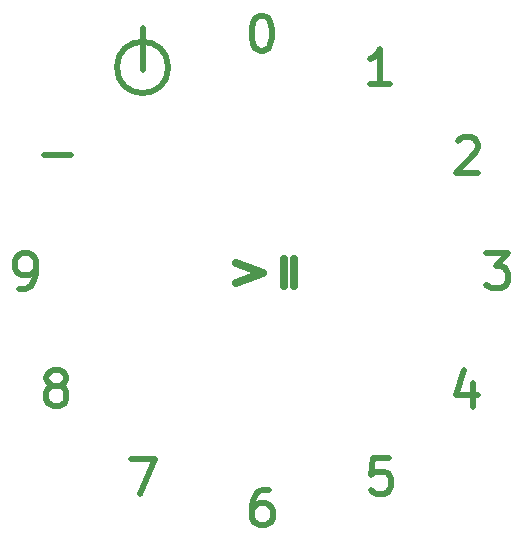
<source format=gts>
%TF.GenerationSoftware,KiCad,Pcbnew,4.0.2-4+6225~38~ubuntu14.04.1-stable*%
%TF.CreationDate,2016-04-18T13:03:38+01:00*%
%TF.ProjectId,clockface,636C6F636B666163652E6B696361645F,rev?*%
%TF.FileFunction,Soldermask,Top*%
%FSLAX46Y46*%
G04 Gerber Fmt 4.6, Leading zero omitted, Abs format (unit mm)*
G04 Created by KiCad (PCBNEW 4.0.2-4+6225~38~ubuntu14.04.1-stable) date Mon 18 Apr 2016 13:03:38 BST*
%MOMM*%
G01*
G04 APERTURE LIST*
%ADD10C,0.100000*%
%ADD11C,0.700000*%
%ADD12C,0.500000*%
G04 APERTURE END LIST*
D10*
D11*
X149749854Y-95138097D02*
X149749854Y-92852383D01*
X150606997Y-92852383D02*
X150606997Y-95138097D01*
X145646283Y-93161883D02*
X147931997Y-94019026D01*
X145646283Y-94876169D01*
D12*
X137772140Y-76786740D02*
X137772140Y-73230740D01*
X139944174Y-76596240D02*
G75*
G03X139944174Y-76596240I-2172034J0D01*
G01*
X129453783Y-84049526D02*
X131739497Y-84049526D01*
X127294712Y-95352383D02*
X127866140Y-95352383D01*
X128151855Y-95209526D01*
X128294712Y-95066669D01*
X128580426Y-94638097D01*
X128723283Y-94066669D01*
X128723283Y-92923811D01*
X128580426Y-92638097D01*
X128437569Y-92495240D01*
X128151855Y-92352383D01*
X127580426Y-92352383D01*
X127294712Y-92495240D01*
X127151855Y-92638097D01*
X127008998Y-92923811D01*
X127008998Y-93638097D01*
X127151855Y-93923811D01*
X127294712Y-94066669D01*
X127580426Y-94209526D01*
X128151855Y-94209526D01*
X128437569Y-94066669D01*
X128580426Y-93923811D01*
X128723283Y-93638097D01*
X130183926Y-103544097D02*
X129898212Y-103401240D01*
X129755355Y-103258383D01*
X129612498Y-102972669D01*
X129612498Y-102829811D01*
X129755355Y-102544097D01*
X129898212Y-102401240D01*
X130183926Y-102258383D01*
X130755355Y-102258383D01*
X131041069Y-102401240D01*
X131183926Y-102544097D01*
X131326783Y-102829811D01*
X131326783Y-102972669D01*
X131183926Y-103258383D01*
X131041069Y-103401240D01*
X130755355Y-103544097D01*
X130183926Y-103544097D01*
X129898212Y-103686954D01*
X129755355Y-103829811D01*
X129612498Y-104115526D01*
X129612498Y-104686954D01*
X129755355Y-104972669D01*
X129898212Y-105115526D01*
X130183926Y-105258383D01*
X130755355Y-105258383D01*
X131041069Y-105115526D01*
X131183926Y-104972669D01*
X131326783Y-104686954D01*
X131326783Y-104115526D01*
X131183926Y-103829811D01*
X131041069Y-103686954D01*
X130755355Y-103544097D01*
X136835640Y-109751383D02*
X138835640Y-109751383D01*
X137549926Y-112751383D01*
X148503569Y-112354883D02*
X147932140Y-112354883D01*
X147646426Y-112497740D01*
X147503569Y-112640597D01*
X147217855Y-113069169D01*
X147074998Y-113640597D01*
X147074998Y-114783454D01*
X147217855Y-115069169D01*
X147360712Y-115212026D01*
X147646426Y-115354883D01*
X148217855Y-115354883D01*
X148503569Y-115212026D01*
X148646426Y-115069169D01*
X148789283Y-114783454D01*
X148789283Y-114069169D01*
X148646426Y-113783454D01*
X148503569Y-113640597D01*
X148217855Y-113497740D01*
X147646426Y-113497740D01*
X147360712Y-113640597D01*
X147217855Y-113783454D01*
X147074998Y-114069169D01*
X158679426Y-109687883D02*
X157250855Y-109687883D01*
X157107998Y-111116454D01*
X157250855Y-110973597D01*
X157536569Y-110830740D01*
X158250855Y-110830740D01*
X158536569Y-110973597D01*
X158679426Y-111116454D01*
X158822283Y-111402169D01*
X158822283Y-112116454D01*
X158679426Y-112402169D01*
X158536569Y-112545026D01*
X158250855Y-112687883D01*
X157536569Y-112687883D01*
X157250855Y-112545026D01*
X157107998Y-112402169D01*
X165712069Y-103321883D02*
X165712069Y-105321883D01*
X164997783Y-102179026D02*
X164283498Y-104321883D01*
X166140640Y-104321883D01*
X166871140Y-92288883D02*
X168728283Y-92288883D01*
X167728283Y-93431740D01*
X168156855Y-93431740D01*
X168442569Y-93574597D01*
X168585426Y-93717454D01*
X168728283Y-94003169D01*
X168728283Y-94717454D01*
X168585426Y-95003169D01*
X168442569Y-95146026D01*
X168156855Y-95288883D01*
X167299712Y-95288883D01*
X167013998Y-95146026D01*
X166871140Y-95003169D01*
X164473998Y-82795597D02*
X164616855Y-82652740D01*
X164902569Y-82509883D01*
X165616855Y-82509883D01*
X165902569Y-82652740D01*
X166045426Y-82795597D01*
X166188283Y-83081311D01*
X166188283Y-83367026D01*
X166045426Y-83795597D01*
X164331140Y-85509883D01*
X166188283Y-85509883D01*
X158758783Y-78016883D02*
X157044498Y-78016883D01*
X157901640Y-78016883D02*
X157901640Y-75016883D01*
X157615926Y-75445454D01*
X157330212Y-75731169D01*
X157044498Y-75874026D01*
X147725783Y-72222883D02*
X148011498Y-72222883D01*
X148297212Y-72365740D01*
X148440069Y-72508597D01*
X148582926Y-72794311D01*
X148725783Y-73365740D01*
X148725783Y-74080026D01*
X148582926Y-74651454D01*
X148440069Y-74937169D01*
X148297212Y-75080026D01*
X148011498Y-75222883D01*
X147725783Y-75222883D01*
X147440069Y-75080026D01*
X147297212Y-74937169D01*
X147154355Y-74651454D01*
X147011498Y-74080026D01*
X147011498Y-73365740D01*
X147154355Y-72794311D01*
X147297212Y-72508597D01*
X147440069Y-72365740D01*
X147725783Y-72222883D01*
M02*

</source>
